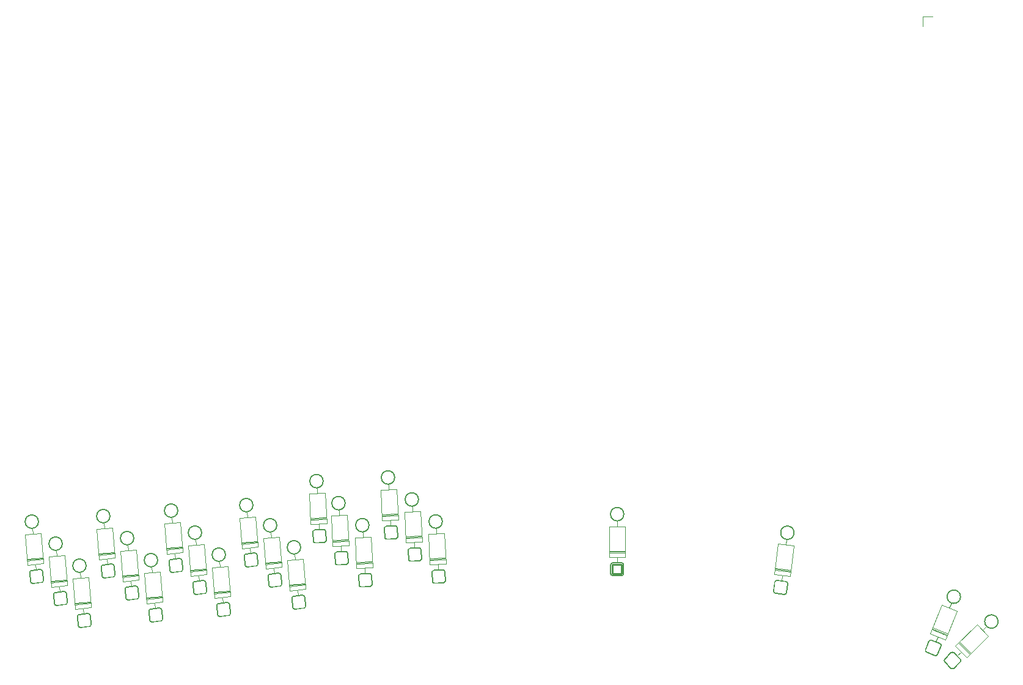
<source format=gto>
%TF.GenerationSoftware,KiCad,Pcbnew,5.99.0-unknown-47cb7f53fd~143~ubuntu20.04.1*%
%TF.CreationDate,2021-11-18T20:14:39+01:00*%
%TF.ProjectId,rad-pad,7261642d-7061-4642-9e6b-696361645f70,rev?*%
%TF.SameCoordinates,Original*%
%TF.FileFunction,Legend,Top*%
%TF.FilePolarity,Positive*%
%FSLAX46Y46*%
G04 Gerber Fmt 4.6, Leading zero omitted, Abs format (unit mm)*
G04 Created by KiCad (PCBNEW 5.99.0-unknown-47cb7f53fd~143~ubuntu20.04.1) date 2021-11-18 20:14:39*
%MOMM*%
%LPD*%
G01*
G04 APERTURE LIST*
G04 Aperture macros list*
%AMRoundRect*
0 Rectangle with rounded corners*
0 $1 Rounding radius*
0 $2 $3 $4 $5 $6 $7 $8 $9 X,Y pos of 4 corners*
0 Add a 4 corners polygon primitive as box body*
4,1,4,$2,$3,$4,$5,$6,$7,$8,$9,$2,$3,0*
0 Add four circle primitives for the rounded corners*
1,1,$1+$1,$2,$3*
1,1,$1+$1,$4,$5*
1,1,$1+$1,$6,$7*
1,1,$1+$1,$8,$9*
0 Add four rect primitives between the rounded corners*
20,1,$1+$1,$2,$3,$4,$5,0*
20,1,$1+$1,$4,$5,$6,$7,0*
20,1,$1+$1,$6,$7,$8,$9,0*
20,1,$1+$1,$8,$9,$2,$3,0*%
%AMHorizOval*
0 Thick line with rounded ends*
0 $1 width*
0 $2 $3 position (X,Y) of the first rounded end (center of the circle)*
0 $4 $5 position (X,Y) of the second rounded end (center of the circle)*
0 Add line between two ends*
20,1,$1,$2,$3,$4,$5,0*
0 Add two circle primitives to create the rounded ends*
1,1,$1,$2,$3*
1,1,$1,$4,$5*%
G04 Aperture macros list end*
%ADD10C,0.120000*%
%ADD11C,0.127000*%
%ADD12C,3.987800*%
%ADD13C,1.750000*%
%ADD14C,2.250000*%
%ADD15RoundRect,0.160000X0.693344X-0.581785X0.581785X0.693344X-0.693344X0.581785X-0.581785X-0.693344X0*%
%ADD16HorizOval,1.600000X0.000000X0.000000X0.000000X0.000000X0*%
%ADD17C,4.000000*%
%ADD18RoundRect,0.160000X0.353649X-0.833146X0.833146X0.353649X-0.353649X0.833146X-0.833146X-0.353649X0*%
%ADD19HorizOval,1.600000X0.000000X0.000000X0.000000X0.000000X0*%
%ADD20RoundRect,0.160000X0.672618X-0.605628X0.605628X0.672618X-0.672618X0.605628X-0.605628X-0.672618X0*%
%ADD21HorizOval,1.600000X0.000000X0.000000X0.000000X0.000000X0*%
%ADD22RoundRect,0.160000X0.640000X-0.640000X0.640000X0.640000X-0.640000X0.640000X-0.640000X-0.640000X0*%
%ADD23O,1.600000X1.600000*%
%ADD24RoundRect,0.160000X0.557233X-0.713226X0.713226X0.557233X-0.557233X0.713226X-0.713226X-0.557233X0*%
%ADD25HorizOval,1.600000X0.000000X0.000000X0.000000X0.000000X0*%
%ADD26R,1.700000X1.700000*%
%ADD27C,1.700000*%
%ADD28RoundRect,0.160000X0.000000X-0.905097X0.905097X0.000000X0.000000X0.905097X-0.905097X0.000000X0*%
%ADD29HorizOval,1.600000X0.000000X0.000000X0.000000X0.000000X0*%
G04 APERTURE END LIST*
D10*
%TO.C,D11*%
X91354968Y-118694453D02*
X89123492Y-118889682D01*
X89493032Y-123113547D02*
X91724508Y-122918318D01*
X91724508Y-122918318D02*
X91354968Y-118694453D01*
X89440739Y-122515830D02*
X91672215Y-122320602D01*
D11*
X90045998Y-123869229D02*
X91311166Y-123758541D01*
D10*
X90678582Y-123813885D02*
X90608770Y-123015933D01*
X90173846Y-118044722D02*
X90235831Y-118753216D01*
D11*
X89925790Y-125409567D02*
X89815102Y-124144400D01*
D10*
X89430280Y-122396287D02*
X91661756Y-122201058D01*
D11*
X91586337Y-123989437D02*
X91697024Y-125254604D01*
D10*
X89123492Y-118889682D02*
X89493032Y-123113547D01*
X89419821Y-122276744D02*
X91651297Y-122081515D01*
D11*
X91466128Y-125529775D02*
X90200961Y-125640463D01*
X90045998Y-123869228D02*
G75*
G03*
X89815102Y-124144400I22138J-253034D01*
G01*
X91466128Y-125529775D02*
G75*
G03*
X91697024Y-125254604I-22137J253033D01*
G01*
X89925791Y-125409567D02*
G75*
G03*
X90200961Y-125640463I253033J22138D01*
G01*
X91586336Y-123989437D02*
G75*
G03*
X91311166Y-123758541I-253033J-22137D01*
G01*
X91016510Y-117108498D02*
G75*
G03*
X91016510Y-117108498I-924573J0D01*
G01*
D10*
%TO.C,D4*%
X70866582Y-125337885D02*
X70796770Y-124539933D01*
X69618280Y-123920287D02*
X71849756Y-123725058D01*
X71542968Y-120218453D02*
X69311492Y-120413682D01*
D11*
X70113790Y-126933567D02*
X70003102Y-125668400D01*
D10*
X69311492Y-120413682D02*
X69681032Y-124637547D01*
X70361846Y-119568722D02*
X70423831Y-120277216D01*
D11*
X71774337Y-125513437D02*
X71885024Y-126778604D01*
D10*
X69681032Y-124637547D02*
X71912508Y-124442318D01*
X71912508Y-124442318D02*
X71542968Y-120218453D01*
D11*
X71654128Y-127053775D02*
X70388961Y-127164463D01*
D10*
X69628739Y-124039830D02*
X71860215Y-123844602D01*
X69607821Y-123800744D02*
X71839297Y-123605515D01*
D11*
X70233998Y-125393229D02*
X71499166Y-125282541D01*
X70113791Y-126933567D02*
G75*
G03*
X70388961Y-127164463I253033J22138D01*
G01*
X71654128Y-127053775D02*
G75*
G03*
X71885024Y-126778604I-22137J253033D01*
G01*
X71774336Y-125513437D02*
G75*
G03*
X71499166Y-125282541I-253033J-22137D01*
G01*
X70233998Y-125393228D02*
G75*
G03*
X70003102Y-125668400I22138J-253034D01*
G01*
X71204510Y-118632498D02*
G75*
G03*
X71204510Y-118632498I-924573J0D01*
G01*
D10*
%TO.C,D13*%
X96097032Y-128955547D02*
X98328508Y-128760318D01*
X96034280Y-128238287D02*
X98265756Y-128043058D01*
X97958968Y-124536453D02*
X95727492Y-124731682D01*
X97282582Y-129655885D02*
X97212770Y-128857933D01*
D11*
X96529790Y-131251567D02*
X96419102Y-129986400D01*
D10*
X98328508Y-128760318D02*
X97958968Y-124536453D01*
D11*
X96649998Y-129711229D02*
X97915166Y-129600541D01*
X98190337Y-129831437D02*
X98301024Y-131096604D01*
D10*
X96044739Y-128357830D02*
X98276215Y-128162602D01*
X95727492Y-124731682D02*
X96097032Y-128955547D01*
X96777846Y-123886722D02*
X96839831Y-124595216D01*
X96023821Y-128118744D02*
X98255297Y-127923515D01*
D11*
X98070128Y-131371775D02*
X96804961Y-131482463D01*
X96649998Y-129711228D02*
G75*
G03*
X96419102Y-129986400I22138J-253034D01*
G01*
X98190336Y-129831437D02*
G75*
G03*
X97915166Y-129600541I-253033J-22137D01*
G01*
X96529791Y-131251567D02*
G75*
G03*
X96804961Y-131482463I253033J22138D01*
G01*
X98070128Y-131371775D02*
G75*
G03*
X98301024Y-131096604I-22137J253033D01*
G01*
X97620510Y-122950498D02*
G75*
G03*
X97620510Y-122950498I-924573J0D01*
G01*
D10*
%TO.C,D6*%
X77470582Y-131433885D02*
X77400770Y-130635933D01*
D11*
X78258128Y-133149775D02*
X76992961Y-133260463D01*
D10*
X76211821Y-129896744D02*
X78443297Y-129701515D01*
X76285032Y-130733547D02*
X78516508Y-130538318D01*
X75915492Y-126509682D02*
X76285032Y-130733547D01*
X76222280Y-130016287D02*
X78453756Y-129821058D01*
D11*
X78378337Y-131609437D02*
X78489024Y-132874604D01*
D10*
X78516508Y-130538318D02*
X78146968Y-126314453D01*
X76232739Y-130135830D02*
X78464215Y-129940602D01*
D11*
X76837998Y-131489229D02*
X78103166Y-131378541D01*
D10*
X78146968Y-126314453D02*
X75915492Y-126509682D01*
X76965846Y-125664722D02*
X77027831Y-126373216D01*
D11*
X76717790Y-133029567D02*
X76607102Y-131764400D01*
X78258128Y-133149775D02*
G75*
G03*
X78489024Y-132874604I-22137J253033D01*
G01*
X76717791Y-133029567D02*
G75*
G03*
X76992961Y-133260463I253033J22138D01*
G01*
X78378336Y-131609437D02*
G75*
G03*
X78103166Y-131378541I-253033J-22137D01*
G01*
X76837998Y-131489228D02*
G75*
G03*
X76607102Y-131764400I22138J-253034D01*
G01*
X77808510Y-124728498D02*
G75*
G03*
X77808510Y-124728498I-924573J0D01*
G01*
D10*
%TO.C,D7*%
X80264582Y-124575885D02*
X80194770Y-123777933D01*
X78709492Y-119651682D02*
X79079032Y-123875547D01*
X79759846Y-118806722D02*
X79821831Y-119515216D01*
X79016280Y-123158287D02*
X81247756Y-122963058D01*
X80940968Y-119456453D02*
X78709492Y-119651682D01*
D11*
X81052128Y-126291775D02*
X79786961Y-126402463D01*
D10*
X81310508Y-123680318D02*
X80940968Y-119456453D01*
X79026739Y-123277830D02*
X81258215Y-123082602D01*
D11*
X81172337Y-124751437D02*
X81283024Y-126016604D01*
D10*
X79079032Y-123875547D02*
X81310508Y-123680318D01*
D11*
X79511790Y-126171567D02*
X79401102Y-124906400D01*
X79631998Y-124631229D02*
X80897166Y-124520541D01*
D10*
X79005821Y-123038744D02*
X81237297Y-122843515D01*
D11*
X79511791Y-126171567D02*
G75*
G03*
X79786961Y-126402463I253033J22138D01*
G01*
X81052128Y-126291775D02*
G75*
G03*
X81283024Y-126016604I-22137J253033D01*
G01*
X81172336Y-124751437D02*
G75*
G03*
X80897166Y-124520541I-253033J-22137D01*
G01*
X79631998Y-124631228D02*
G75*
G03*
X79401102Y-124906400I22138J-253034D01*
G01*
X80602510Y-117870498D02*
G75*
G03*
X80602510Y-117870498I-924573J0D01*
G01*
D10*
%TO.C,D18*%
X187765196Y-130665367D02*
X187498776Y-131324780D01*
X184857388Y-134872640D02*
X186934280Y-135711759D01*
X185595774Y-136034874D02*
X185895834Y-135292200D01*
X188522612Y-131780500D02*
X186445720Y-130941381D01*
X185127105Y-134205068D02*
X187203997Y-135044187D01*
X186445720Y-130941381D02*
X184857388Y-134872640D01*
D11*
X186324891Y-136603404D02*
X185849140Y-137780927D01*
D10*
X185082152Y-134316330D02*
X187159044Y-135155449D01*
X186934280Y-135711759D02*
X188522612Y-131780500D01*
X185172058Y-134093806D02*
X187248949Y-134932925D01*
D11*
X185518485Y-137921282D02*
X184340962Y-137445532D01*
X184200607Y-137114877D02*
X184676358Y-135937353D01*
X185007012Y-135796999D02*
X186184536Y-136272749D01*
X185518485Y-137921282D02*
G75*
G03*
X185849140Y-137780927I95150J235505D01*
G01*
X184200607Y-137114877D02*
G75*
G03*
X184340962Y-137445532I235505J-95150D01*
G01*
X186324891Y-136603404D02*
G75*
G03*
X186184536Y-136272749I-235505J95150D01*
G01*
X185007012Y-135796998D02*
G75*
G03*
X184676358Y-135937353I-95150J-235504D01*
G01*
X189041825Y-129794000D02*
G75*
G03*
X189041825Y-129794000I-924574J0D01*
G01*
%TO.C,D19*%
X109272252Y-121574214D02*
X109205785Y-120305954D01*
D10*
X108882205Y-118545477D02*
X111119135Y-118428244D01*
X108888486Y-118665312D02*
X111125416Y-118548080D01*
X109777185Y-114222513D02*
X109814407Y-114932738D01*
X111156817Y-119147257D02*
X110934913Y-114913068D01*
X108875925Y-118425641D02*
X111112855Y-118308409D01*
D11*
X109446144Y-120039009D02*
X110714403Y-119972543D01*
X110807456Y-121748106D02*
X109539197Y-121814573D01*
D10*
X108697983Y-115030301D02*
X108919887Y-119264490D01*
D11*
X110981348Y-120212901D02*
X111047815Y-121481161D01*
D10*
X108919887Y-119264490D02*
X111156817Y-119147257D01*
X110934913Y-114913068D02*
X108697983Y-115030301D01*
X110080273Y-120005776D02*
X110038352Y-119205874D01*
D11*
X109446144Y-120039009D02*
G75*
G03*
X109205785Y-120305954I13293J-253652D01*
G01*
X110807456Y-121748106D02*
G75*
G03*
X111047815Y-121481161I-13293J253652D01*
G01*
X109272252Y-121574214D02*
G75*
G03*
X109539197Y-121814573I253652J13293D01*
G01*
X110981347Y-120212901D02*
G75*
G03*
X110714403Y-119972543I-253651J-13293D01*
G01*
X110652574Y-113284000D02*
G75*
G03*
X110652574Y-113284000I-924574J0D01*
G01*
D10*
%TO.C,D12*%
X93980582Y-126607885D02*
X93910770Y-125809933D01*
D11*
X94768128Y-128323775D02*
X93502961Y-128434463D01*
D10*
X92795032Y-125907547D02*
X95026508Y-125712318D01*
X92732280Y-125190287D02*
X94963756Y-124995058D01*
X93475846Y-120838722D02*
X93537831Y-121547216D01*
X95026508Y-125712318D02*
X94656968Y-121488453D01*
D11*
X93227790Y-128203567D02*
X93117102Y-126938400D01*
X93347998Y-126663229D02*
X94613166Y-126552541D01*
D10*
X92742739Y-125309830D02*
X94974215Y-125114602D01*
X92425492Y-121683682D02*
X92795032Y-125907547D01*
X94656968Y-121488453D02*
X92425492Y-121683682D01*
D11*
X94888337Y-126783437D02*
X94999024Y-128048604D01*
D10*
X92721821Y-125070744D02*
X94953297Y-124875515D01*
D11*
X94888336Y-126783437D02*
G75*
G03*
X94613166Y-126552541I-253033J-22137D01*
G01*
X93227791Y-128203567D02*
G75*
G03*
X93502961Y-128434463I253033J22138D01*
G01*
X93347998Y-126663228D02*
G75*
G03*
X93117102Y-126938400I22138J-253034D01*
G01*
X94768128Y-128323775D02*
G75*
G03*
X94999024Y-128048604I-22137J253033D01*
G01*
X94318510Y-119902498D02*
G75*
G03*
X94318510Y-119902498I-924573J0D01*
G01*
%TO.C,D21*%
X117585348Y-126308901D02*
X117651815Y-127577161D01*
D10*
X115523887Y-125360490D02*
X117760817Y-125243257D01*
X117538913Y-121009068D02*
X115301983Y-121126301D01*
X115486205Y-124641477D02*
X117723135Y-124524244D01*
X115492486Y-124761312D02*
X117729416Y-124644080D01*
X117760817Y-125243257D02*
X117538913Y-121009068D01*
X116381185Y-120318513D02*
X116418407Y-121028738D01*
D11*
X116050144Y-126135009D02*
X117318403Y-126068543D01*
D10*
X116684273Y-126101776D02*
X116642352Y-125301874D01*
D11*
X115876252Y-127670214D02*
X115809785Y-126401954D01*
D10*
X115479925Y-124521641D02*
X117716855Y-124404409D01*
X115301983Y-121126301D02*
X115523887Y-125360490D01*
D11*
X117411456Y-127844106D02*
X116143197Y-127910573D01*
X116050144Y-126135009D02*
G75*
G03*
X115809785Y-126401954I13293J-253652D01*
G01*
X115876252Y-127670214D02*
G75*
G03*
X116143197Y-127910573I253652J13293D01*
G01*
X117411456Y-127844106D02*
G75*
G03*
X117651815Y-127577161I-13293J253652D01*
G01*
X117585347Y-126308901D02*
G75*
G03*
X117318403Y-126068543I-253651J-13293D01*
G01*
X117256574Y-119380000D02*
G75*
G03*
X117256574Y-119380000I-924574J0D01*
G01*
D10*
%TO.C,D10*%
X142598000Y-120054000D02*
X140358000Y-120054000D01*
X140358000Y-120054000D02*
X140358000Y-124294000D01*
X140358000Y-123574000D02*
X142598000Y-123574000D01*
D11*
X142367000Y-125349000D02*
X142367000Y-126619000D01*
X140843000Y-125095000D02*
X142113000Y-125095000D01*
X140589000Y-126619000D02*
X140589000Y-125349000D01*
D10*
X140358000Y-124294000D02*
X142598000Y-124294000D01*
X142598000Y-124294000D02*
X142598000Y-120054000D01*
X141478000Y-125095000D02*
X141478000Y-124294000D01*
D11*
X142113000Y-126873000D02*
X140843000Y-126873000D01*
D10*
X140358000Y-123694000D02*
X142598000Y-123694000D01*
X140358000Y-123454000D02*
X142598000Y-123454000D01*
X141478000Y-119303800D02*
X141478000Y-120015000D01*
D11*
X140843000Y-125095000D02*
G75*
G03*
X140589000Y-125349000I0J-254000D01*
G01*
X142367000Y-125349000D02*
G75*
G03*
X142113000Y-125095000I-254000J0D01*
G01*
X142113000Y-126873000D02*
G75*
G03*
X142367000Y-126619000I0J254000D01*
G01*
X140589000Y-126619000D02*
G75*
G03*
X140843000Y-126873000I254000J0D01*
G01*
X142402574Y-118364000D02*
G75*
G03*
X142402574Y-118364000I-924574J0D01*
G01*
%TO.C,D2*%
X65050128Y-130863775D02*
X63784961Y-130974463D01*
D10*
X63024739Y-127849830D02*
X65256215Y-127654602D01*
D11*
X63509790Y-130743567D02*
X63399102Y-129478400D01*
D10*
X64262582Y-129147885D02*
X64192770Y-128349933D01*
X63003821Y-127610744D02*
X65235297Y-127415515D01*
X63757846Y-123378722D02*
X63819831Y-124087216D01*
D11*
X63629998Y-129203229D02*
X64895166Y-129092541D01*
D10*
X62707492Y-124223682D02*
X63077032Y-128447547D01*
X63077032Y-128447547D02*
X65308508Y-128252318D01*
X64938968Y-124028453D02*
X62707492Y-124223682D01*
D11*
X65170337Y-129323437D02*
X65281024Y-130588604D01*
D10*
X63014280Y-127730287D02*
X65245756Y-127535058D01*
X65308508Y-128252318D02*
X64938968Y-124028453D01*
D11*
X65170336Y-129323437D02*
G75*
G03*
X64895166Y-129092541I-253033J-22137D01*
G01*
X65050128Y-130863775D02*
G75*
G03*
X65281024Y-130588604I-22137J253033D01*
G01*
X63509791Y-130743567D02*
G75*
G03*
X63784961Y-130974463I253033J22138D01*
G01*
X63629998Y-129203228D02*
G75*
G03*
X63399102Y-129478400I22138J-253034D01*
G01*
X64600510Y-122442498D02*
G75*
G03*
X64600510Y-122442498I-924573J0D01*
G01*
D10*
%TO.C,D8*%
X83061846Y-121854722D02*
X83123831Y-122563216D01*
D11*
X84474337Y-127799437D02*
X84585024Y-129064604D01*
D10*
X83566582Y-127623885D02*
X83496770Y-126825933D01*
X82381032Y-126923547D02*
X84612508Y-126728318D01*
X82011492Y-122699682D02*
X82381032Y-126923547D01*
X82318280Y-126206287D02*
X84549756Y-126011058D01*
X82328739Y-126325830D02*
X84560215Y-126130602D01*
X84612508Y-126728318D02*
X84242968Y-122504453D01*
X82307821Y-126086744D02*
X84539297Y-125891515D01*
D11*
X82933998Y-127679229D02*
X84199166Y-127568541D01*
D10*
X84242968Y-122504453D02*
X82011492Y-122699682D01*
D11*
X82813790Y-129219567D02*
X82703102Y-127954400D01*
X84354128Y-129339775D02*
X83088961Y-129450463D01*
X82933998Y-127679228D02*
G75*
G03*
X82703102Y-127954400I22138J-253034D01*
G01*
X82813791Y-129219567D02*
G75*
G03*
X83088961Y-129450463I253033J22138D01*
G01*
X84474336Y-127799437D02*
G75*
G03*
X84199166Y-127568541I-253033J-22137D01*
G01*
X84354128Y-129339775D02*
G75*
G03*
X84585024Y-129064604I-22137J253033D01*
G01*
X83904510Y-120918498D02*
G75*
G03*
X83904510Y-120918498I-924573J0D01*
G01*
%TO.C,D14*%
X163167917Y-129017526D02*
X163322691Y-127756992D01*
D10*
X165962015Y-122746296D02*
X163738711Y-122473308D01*
X165445289Y-126954692D02*
X165962015Y-122746296D01*
X164236020Y-127613227D02*
X164333637Y-126818198D01*
X163738711Y-122473308D02*
X163221985Y-126681704D01*
X163309731Y-125967071D02*
X165533035Y-126240058D01*
X164941789Y-121865194D02*
X164855116Y-122571093D01*
D11*
X164649603Y-129455361D02*
X163389069Y-129300587D01*
X163605753Y-127535840D02*
X164866286Y-127690614D01*
D10*
X163221985Y-126681704D02*
X165445289Y-126954692D01*
X163324356Y-125847965D02*
X165547659Y-126120953D01*
D11*
X165087438Y-127973676D02*
X164932664Y-129234209D01*
D10*
X163295107Y-126086176D02*
X165518410Y-126359164D01*
D11*
X165087439Y-127973676D02*
G75*
G03*
X164866286Y-127690614I-252106J30956D01*
G01*
X164649603Y-129455361D02*
G75*
G03*
X164932664Y-129234209I30955J252106D01*
G01*
X163167918Y-129017526D02*
G75*
G03*
X163389069Y-129300587I252106J-30955D01*
G01*
X163605753Y-127535840D02*
G75*
G03*
X163322691Y-127756992I-30955J-252107D01*
G01*
X165980896Y-120932399D02*
G75*
G03*
X165980896Y-120932399I-924574J0D01*
G01*
%TO.C,D5*%
X73535998Y-128441229D02*
X74801166Y-128330541D01*
D10*
X75214508Y-127490318D02*
X74844968Y-123266453D01*
X72920280Y-126968287D02*
X75151756Y-126773058D01*
X72983032Y-127685547D02*
X75214508Y-127490318D01*
X73663846Y-122616722D02*
X73725831Y-123325216D01*
X74168582Y-128385885D02*
X74098770Y-127587933D01*
X72909821Y-126848744D02*
X75141297Y-126653515D01*
D11*
X75076337Y-128561437D02*
X75187024Y-129826604D01*
X74956128Y-130101775D02*
X73690961Y-130212463D01*
D10*
X72930739Y-127087830D02*
X75162215Y-126892602D01*
D11*
X73415790Y-129981567D02*
X73305102Y-128716400D01*
D10*
X74844968Y-123266453D02*
X72613492Y-123461682D01*
X72613492Y-123461682D02*
X72983032Y-127685547D01*
D11*
X73415791Y-129981567D02*
G75*
G03*
X73690961Y-130212463I253033J22138D01*
G01*
X74956128Y-130101775D02*
G75*
G03*
X75187024Y-129826604I-22137J253033D01*
G01*
X75076336Y-128561437D02*
G75*
G03*
X74801166Y-128330541I-253033J-22137D01*
G01*
X73535998Y-128441228D02*
G75*
G03*
X73305102Y-128716400I22138J-253034D01*
G01*
X74506510Y-121680498D02*
G75*
G03*
X74506510Y-121680498I-924573J0D01*
G01*
%TO.C,D1*%
X61748128Y-127815775D02*
X60482961Y-127926463D01*
D10*
X59722739Y-124801830D02*
X61954215Y-124606602D01*
D11*
X60327998Y-126155229D02*
X61593166Y-126044541D01*
D10*
X60455846Y-120330722D02*
X60517831Y-121039216D01*
X60960582Y-126099885D02*
X60890770Y-125301933D01*
X62006508Y-125204318D02*
X61636968Y-120980453D01*
X59775032Y-125399547D02*
X62006508Y-125204318D01*
X59405492Y-121175682D02*
X59775032Y-125399547D01*
D11*
X61868337Y-126275437D02*
X61979024Y-127540604D01*
X60207790Y-127695567D02*
X60097102Y-126430400D01*
D10*
X61636968Y-120980453D02*
X59405492Y-121175682D01*
X59701821Y-124562744D02*
X61933297Y-124367515D01*
X59712280Y-124682287D02*
X61943756Y-124487058D01*
D11*
X60327998Y-126155228D02*
G75*
G03*
X60097102Y-126430400I22138J-253034D01*
G01*
X61748128Y-127815775D02*
G75*
G03*
X61979024Y-127540604I-22137J253033D01*
G01*
X60207791Y-127695567D02*
G75*
G03*
X60482961Y-127926463I253033J22138D01*
G01*
X61868336Y-126275437D02*
G75*
G03*
X61593166Y-126044541I-253033J-22137D01*
G01*
X61298510Y-119394498D02*
G75*
G03*
X61298510Y-119394498I-924573J0D01*
G01*
%TO.C,D16*%
X102414252Y-125130214D02*
X102347785Y-123861954D01*
D10*
X101839983Y-118586301D02*
X102061887Y-122820490D01*
D11*
X103949456Y-125304106D02*
X102681197Y-125370573D01*
X104123348Y-123768901D02*
X104189815Y-125037161D01*
D10*
X102017925Y-121981641D02*
X104254855Y-121864409D01*
X104298817Y-122703257D02*
X104076913Y-118469068D01*
X104076913Y-118469068D02*
X101839983Y-118586301D01*
X102061887Y-122820490D02*
X104298817Y-122703257D01*
D11*
X102588144Y-123595009D02*
X103856403Y-123528543D01*
D10*
X102919185Y-117778513D02*
X102956407Y-118488738D01*
X102024205Y-122101477D02*
X104261135Y-121984244D01*
X102030486Y-122221312D02*
X104267416Y-122104080D01*
X103222273Y-123561776D02*
X103180352Y-122761874D01*
D11*
X102414252Y-125130214D02*
G75*
G03*
X102681197Y-125370573I253652J13293D01*
G01*
X103949456Y-125304106D02*
G75*
G03*
X104189815Y-125037161I-13293J253652D01*
G01*
X102588144Y-123595009D02*
G75*
G03*
X102347785Y-123861954I13293J-253652D01*
G01*
X104123347Y-123768901D02*
G75*
G03*
X103856403Y-123528543I-253651J-13293D01*
G01*
X103794574Y-116840000D02*
G75*
G03*
X103794574Y-116840000I-924574J0D01*
G01*
D10*
%TO.C,D3*%
X66326739Y-130897830D02*
X68558215Y-130702602D01*
X66316280Y-130778287D02*
X68547756Y-130583058D01*
D11*
X68352128Y-133911775D02*
X67086961Y-134022463D01*
D10*
X67059846Y-126426722D02*
X67121831Y-127135216D01*
X66305821Y-130658744D02*
X68537297Y-130463515D01*
X66009492Y-127271682D02*
X66379032Y-131495547D01*
X67564582Y-132195885D02*
X67494770Y-131397933D01*
D11*
X66811790Y-133791567D02*
X66701102Y-132526400D01*
X68472337Y-132371437D02*
X68583024Y-133636604D01*
X66931998Y-132251229D02*
X68197166Y-132140541D01*
D10*
X68240968Y-127076453D02*
X66009492Y-127271682D01*
X66379032Y-131495547D02*
X68610508Y-131300318D01*
X68610508Y-131300318D02*
X68240968Y-127076453D01*
D11*
X66931998Y-132251228D02*
G75*
G03*
X66701102Y-132526400I22138J-253034D01*
G01*
X68352128Y-133911775D02*
G75*
G03*
X68583024Y-133636604I-22137J253033D01*
G01*
X66811791Y-133791567D02*
G75*
G03*
X67086961Y-134022463I253033J22138D01*
G01*
X68472336Y-132371437D02*
G75*
G03*
X68197166Y-132140541I-253033J-22137D01*
G01*
X67902510Y-125490498D02*
G75*
G03*
X67902510Y-125490498I-924573J0D01*
G01*
%TO.C,D15*%
X99540144Y-120547009D02*
X100808403Y-120480543D01*
D10*
X99013887Y-119772490D02*
X101250817Y-119655257D01*
X100174273Y-120513776D02*
X100132352Y-119713874D01*
X99871185Y-114730513D02*
X99908407Y-115440738D01*
X101250817Y-119655257D02*
X101028913Y-115421068D01*
X98976205Y-119053477D02*
X101213135Y-118936244D01*
X98982486Y-119173312D02*
X101219416Y-119056080D01*
X98969925Y-118933641D02*
X101206855Y-118816409D01*
D11*
X101075348Y-120720901D02*
X101141815Y-121989161D01*
X99366252Y-122082214D02*
X99299785Y-120813954D01*
X100901456Y-122256106D02*
X99633197Y-122322573D01*
D10*
X98791983Y-115538301D02*
X99013887Y-119772490D01*
X101028913Y-115421068D02*
X98791983Y-115538301D01*
D11*
X99366252Y-122082214D02*
G75*
G03*
X99633197Y-122322573I253652J13293D01*
G01*
X101075347Y-120720901D02*
G75*
G03*
X100808403Y-120480543I-253651J-13293D01*
G01*
X99540144Y-120547009D02*
G75*
G03*
X99299785Y-120813954I13293J-253652D01*
G01*
X100901456Y-122256106D02*
G75*
G03*
X101141815Y-121989161I-13293J253652D01*
G01*
X100746574Y-113792000D02*
G75*
G03*
X100746574Y-113792000I-924574J0D01*
G01*
D10*
%TO.C,U2*%
X183836000Y-49470000D02*
X185166000Y-49470000D01*
X183836000Y-50800000D02*
X183836000Y-49470000D01*
D11*
%TO.C,D9*%
X87776337Y-130847437D02*
X87887024Y-132112604D01*
D10*
X86363846Y-124902722D02*
X86425831Y-125611216D01*
X85620280Y-129254287D02*
X87851756Y-129059058D01*
D11*
X86115790Y-132267567D02*
X86005102Y-131002400D01*
D10*
X85630739Y-129373830D02*
X87862215Y-129178602D01*
X85609821Y-129134744D02*
X87841297Y-128939515D01*
D11*
X87656128Y-132387775D02*
X86390961Y-132498463D01*
D10*
X87914508Y-129776318D02*
X87544968Y-125552453D01*
X86868582Y-130671885D02*
X86798770Y-129873933D01*
X87544968Y-125552453D02*
X85313492Y-125747682D01*
X85313492Y-125747682D02*
X85683032Y-129971547D01*
X85683032Y-129971547D02*
X87914508Y-129776318D01*
D11*
X86235998Y-130727229D02*
X87501166Y-130616541D01*
X86235998Y-130727228D02*
G75*
G03*
X86005102Y-131002400I22138J-253034D01*
G01*
X87776336Y-130847437D02*
G75*
G03*
X87501166Y-130616541I-253033J-22137D01*
G01*
X86115791Y-132267567D02*
G75*
G03*
X86390961Y-132498463I253033J22138D01*
G01*
X87656128Y-132387775D02*
G75*
G03*
X87887024Y-132112604I-22137J253033D01*
G01*
X87206510Y-123966498D02*
G75*
G03*
X87206510Y-123966498I-924573J0D01*
G01*
%TO.C,D22*%
X189010554Y-138790759D02*
X188112528Y-139688785D01*
D10*
X188335974Y-136624184D02*
X189919893Y-138208103D01*
X188845091Y-136115067D02*
X190429010Y-137698986D01*
D11*
X186855292Y-138431549D02*
X187753318Y-137533523D01*
D10*
X188929944Y-136030214D02*
X190513863Y-137614133D01*
X192656538Y-133887539D02*
X192153644Y-134390433D01*
D11*
X188112528Y-137533523D02*
X189010554Y-138431549D01*
D10*
X189919893Y-138208103D02*
X192918026Y-135209970D01*
X192918026Y-135209970D02*
X191334107Y-133626051D01*
D11*
X187753318Y-139688785D02*
X186855292Y-138790759D01*
D10*
X188561541Y-137982536D02*
X189127934Y-137416143D01*
X191334107Y-133626051D02*
X188335974Y-136624184D01*
X188760238Y-136199920D02*
X190344157Y-137783839D01*
D11*
X187753318Y-139688785D02*
G75*
G03*
X188112528Y-139688785I179605J179604D01*
G01*
X186855292Y-138431549D02*
G75*
G03*
X186855292Y-138790759I179604J-179605D01*
G01*
X189010554Y-138790759D02*
G75*
G03*
X189010554Y-138431549I-179605J179605D01*
G01*
X188112528Y-137533523D02*
G75*
G03*
X187753318Y-137533523I-179605J-179605D01*
G01*
X194245651Y-133223000D02*
G75*
G03*
X194245651Y-133223000I-924574J0D01*
G01*
%TO.C,D20*%
X114283348Y-123260901D02*
X114349815Y-124529161D01*
D10*
X111999983Y-118078301D02*
X112221887Y-122312490D01*
X113079185Y-117270513D02*
X113116407Y-117980738D01*
D11*
X112574252Y-124622214D02*
X112507785Y-123353954D01*
D10*
X112177925Y-121473641D02*
X114414855Y-121356409D01*
X112190486Y-121713312D02*
X114427416Y-121596080D01*
D11*
X114109456Y-124796106D02*
X112841197Y-124862573D01*
D10*
X114236913Y-117961068D02*
X111999983Y-118078301D01*
X112184205Y-121593477D02*
X114421135Y-121476244D01*
X113382273Y-123053776D02*
X113340352Y-122253874D01*
X112221887Y-122312490D02*
X114458817Y-122195257D01*
X114458817Y-122195257D02*
X114236913Y-117961068D01*
D11*
X112748144Y-123087009D02*
X114016403Y-123020543D01*
X112574252Y-124622214D02*
G75*
G03*
X112841197Y-124862573I253652J13293D01*
G01*
X112748144Y-123087009D02*
G75*
G03*
X112507785Y-123353954I13293J-253652D01*
G01*
X114283347Y-123260901D02*
G75*
G03*
X114016403Y-123020543I-253651J-13293D01*
G01*
X114109456Y-124796106D02*
G75*
G03*
X114349815Y-124529161I-13293J253652D01*
G01*
X113954574Y-116332000D02*
G75*
G03*
X113954574Y-116332000I-924574J0D01*
G01*
%TO.C,D17*%
X107251456Y-128352106D02*
X105983197Y-128418573D01*
D10*
X105332486Y-125269312D02*
X107569416Y-125152080D01*
X105363887Y-125868490D02*
X107600817Y-125751257D01*
X105326205Y-125149477D02*
X107563135Y-125032244D01*
D11*
X107425348Y-126816901D02*
X107491815Y-128085161D01*
X105716252Y-128178214D02*
X105649785Y-126909954D01*
D10*
X107378913Y-121517068D02*
X105141983Y-121634301D01*
X106221185Y-120826513D02*
X106258407Y-121536738D01*
D11*
X105890144Y-126643009D02*
X107158403Y-126576543D01*
D10*
X107600817Y-125751257D02*
X107378913Y-121517068D01*
X105319925Y-125029641D02*
X107556855Y-124912409D01*
X106524273Y-126609776D02*
X106482352Y-125809874D01*
X105141983Y-121634301D02*
X105363887Y-125868490D01*
D11*
X107251456Y-128352106D02*
G75*
G03*
X107491815Y-128085161I-13293J253652D01*
G01*
X105716252Y-128178214D02*
G75*
G03*
X105983197Y-128418573I253652J13293D01*
G01*
X107425347Y-126816901D02*
G75*
G03*
X107158403Y-126576543I-253651J-13293D01*
G01*
X105890144Y-126643009D02*
G75*
G03*
X105649785Y-126909954I13293J-253652D01*
G01*
X107096574Y-119888000D02*
G75*
G03*
X107096574Y-119888000I-924574J0D01*
G01*
%TD*%
%LPC*%
D12*
%TO.C,SW6*%
X86995000Y-106045000D03*
D13*
X81934331Y-106487751D03*
X92055669Y-105602249D03*
D14*
X82978123Y-103846729D03*
X89082583Y-100762955D03*
%TD*%
D13*
%TO.C,SW7*%
X109721038Y-62599133D03*
D12*
X104648000Y-62865000D03*
D13*
X99574962Y-63130867D03*
D14*
X100710288Y-60527881D03*
X106918652Y-57659029D03*
%TD*%
D15*
%TO.C,D11*%
X90756063Y-124699502D03*
D16*
X90091937Y-117108498D03*
%TD*%
D15*
%TO.C,D4*%
X70944063Y-126223502D03*
D16*
X70279937Y-118632498D03*
%TD*%
D15*
%TO.C,D13*%
X97360063Y-130541502D03*
D16*
X96695937Y-122950498D03*
%TD*%
D15*
%TO.C,D6*%
X77548063Y-132319502D03*
D16*
X76883937Y-124728498D03*
%TD*%
D13*
%TO.C,SW1*%
X59582331Y-70038751D03*
X69703669Y-69153249D03*
D12*
X64643000Y-69596000D03*
D14*
X60626123Y-67397729D03*
X66730583Y-64313955D03*
%TD*%
D17*
%TO.C,H5*%
X183642000Y-141732000D03*
%TD*%
%TO.C,H2*%
X159258000Y-54864000D03*
%TD*%
D15*
%TO.C,D7*%
X80342063Y-125461502D03*
D16*
X79677937Y-117870498D03*
%TD*%
D18*
%TO.C,D18*%
X185262749Y-136859140D03*
D19*
X188117251Y-129794000D03*
%TD*%
D13*
%TO.C,SW13*%
X132080000Y-99060000D03*
D12*
X127000000Y-99060000D03*
D13*
X121920000Y-99060000D03*
D14*
X123190000Y-96520000D03*
X129540000Y-93980000D03*
%TD*%
D20*
%TO.C,D19*%
X110126800Y-120893558D03*
D21*
X109728000Y-113284000D03*
%TD*%
D15*
%TO.C,D12*%
X94058063Y-127493502D03*
D16*
X93393937Y-119902498D03*
%TD*%
D13*
%TO.C,SW18*%
X170295906Y-131954999D03*
D12*
X175006000Y-133858000D03*
D13*
X179716094Y-135761001D03*
D14*
X172424930Y-130075702D03*
X179264048Y-130099407D03*
%TD*%
D20*
%TO.C,D21*%
X116730800Y-126989558D03*
D21*
X116332000Y-119380000D03*
%TD*%
D12*
%TO.C,SW8*%
X105664000Y-81915000D03*
D13*
X100590962Y-82180867D03*
X110737038Y-81649133D03*
D14*
X101726288Y-79577881D03*
X107934652Y-76709029D03*
%TD*%
D22*
%TO.C,D10*%
X141478000Y-125984000D03*
D23*
X141478000Y-118364000D03*
%TD*%
D12*
%TO.C,SW17*%
X147193000Y-102235000D03*
D13*
X142119962Y-101969133D03*
X152266038Y-102500867D03*
D14*
X143521155Y-99499081D03*
X149995386Y-97294895D03*
%TD*%
D13*
%TO.C,SW5*%
X90404669Y-86552249D03*
X80283331Y-87437751D03*
D12*
X85344000Y-86995000D03*
D14*
X81327123Y-84796729D03*
X87431583Y-81712955D03*
%TD*%
D17*
%TO.C,H6*%
X78105000Y-114554000D03*
%TD*%
D12*
%TO.C,SW14*%
X153289000Y-128270000D03*
D13*
X158331134Y-128889096D03*
X148246866Y-127650904D03*
D14*
X149816947Y-125284611D03*
X156429163Y-123537414D03*
%TD*%
D13*
%TO.C,SW21*%
X171316038Y-103516867D03*
X161169962Y-102985133D03*
D12*
X166243000Y-103251000D03*
D14*
X162571155Y-100515081D03*
X169045386Y-98310895D03*
%TD*%
D15*
%TO.C,D2*%
X64340063Y-130033502D03*
D16*
X63675937Y-122442498D03*
%TD*%
D13*
%TO.C,SW11*%
X132080000Y-60960000D03*
X121920000Y-60960000D03*
D12*
X127000000Y-60960000D03*
D14*
X123190000Y-58420000D03*
X129540000Y-55880000D03*
%TD*%
D12*
%TO.C,SW12*%
X127000000Y-80010000D03*
D13*
X132080000Y-80010000D03*
X121920000Y-80010000D03*
D14*
X123190000Y-77470000D03*
X129540000Y-74930000D03*
%TD*%
D12*
%TO.C,SW19*%
X168275000Y-65151000D03*
D13*
X163201962Y-64885133D03*
X173348038Y-65416867D03*
D14*
X164603155Y-62415081D03*
X171077386Y-60210895D03*
%TD*%
D15*
%TO.C,D8*%
X83644063Y-128509502D03*
D16*
X82979937Y-120918498D03*
%TD*%
D12*
%TO.C,SW9*%
X106680000Y-100965000D03*
D13*
X101606962Y-101230867D03*
X111753038Y-100699133D03*
D14*
X102742288Y-98627881D03*
X108950652Y-95759029D03*
%TD*%
D24*
%TO.C,D14*%
X164127678Y-128495601D03*
D25*
X165056322Y-120932399D03*
%TD*%
D15*
%TO.C,D5*%
X74246063Y-129271502D03*
D16*
X73581937Y-121680498D03*
%TD*%
D15*
%TO.C,D1*%
X61038063Y-126985502D03*
D16*
X60373937Y-119394498D03*
%TD*%
D13*
%TO.C,SW2*%
X61233331Y-89088751D03*
D12*
X66294000Y-88646000D03*
D13*
X71354669Y-88203249D03*
D14*
X62277123Y-86447729D03*
X68381583Y-83363955D03*
%TD*%
D20*
%TO.C,D16*%
X103268800Y-124449558D03*
D21*
X102870000Y-116840000D03*
%TD*%
D17*
%TO.C,H4*%
X175260000Y-117602000D03*
%TD*%
D15*
%TO.C,D3*%
X67642063Y-133081502D03*
D16*
X66977937Y-125490498D03*
%TD*%
D20*
%TO.C,D15*%
X100220800Y-121401558D03*
D21*
X99822000Y-113792000D03*
%TD*%
D26*
%TO.C,U2*%
X185166000Y-50800000D03*
D27*
X185166000Y-53340000D03*
X185166000Y-55880000D03*
X185166000Y-58420000D03*
X185166000Y-60960000D03*
X185166000Y-63500000D03*
X185166000Y-66040000D03*
X185166000Y-68580000D03*
X185166000Y-71120000D03*
X185166000Y-73660000D03*
X185166000Y-76200000D03*
X185166000Y-78740000D03*
X185166000Y-81280000D03*
X185166000Y-83820000D03*
X185166000Y-86360000D03*
X185166000Y-88900000D03*
X185166000Y-91440000D03*
X185166000Y-93980000D03*
X185166000Y-96520000D03*
X185166000Y-99060000D03*
X200406000Y-99060000D03*
X200406000Y-96520000D03*
X200406000Y-93980000D03*
X200406000Y-91440000D03*
X200406000Y-88900000D03*
X200406000Y-86360000D03*
X200406000Y-83820000D03*
X200406000Y-81280000D03*
X200406000Y-78740000D03*
X200406000Y-76200000D03*
X200406000Y-73660000D03*
X200406000Y-71120000D03*
X200406000Y-68580000D03*
X200406000Y-66040000D03*
X200406000Y-63500000D03*
X200406000Y-60960000D03*
X200406000Y-58420000D03*
X200406000Y-55880000D03*
X200406000Y-53340000D03*
X200406000Y-50800000D03*
X196598000Y-95249000D03*
X194058000Y-95249000D03*
X191518000Y-95249000D03*
X188978000Y-95249000D03*
%TD*%
D13*
%TO.C,SW10*%
X135890000Y-127000000D03*
D12*
X130810000Y-127000000D03*
D13*
X125730000Y-127000000D03*
D14*
X127000000Y-124460000D03*
X133350000Y-121920000D03*
%TD*%
D13*
%TO.C,SW22*%
X198410102Y-150404102D03*
D12*
X194818000Y-146812000D03*
D13*
X191225898Y-143219898D03*
D14*
X193919974Y-142321872D03*
X200206154Y-145015949D03*
%TD*%
D13*
%TO.C,SW16*%
X143135962Y-82919133D03*
D12*
X148209000Y-83185000D03*
D13*
X153282038Y-83450867D03*
D14*
X144537155Y-80449081D03*
X151011386Y-78244895D03*
%TD*%
D15*
%TO.C,D9*%
X86946063Y-131557502D03*
D16*
X86281937Y-123966498D03*
%TD*%
D17*
%TO.C,H1*%
X73406000Y-60198000D03*
%TD*%
D13*
%TO.C,SW20*%
X162185962Y-83935133D03*
D12*
X167259000Y-84201000D03*
D13*
X172332038Y-84466867D03*
D14*
X163587155Y-81465081D03*
X170061386Y-79260895D03*
%TD*%
D13*
%TO.C,SW15*%
X144151962Y-63869133D03*
X154298038Y-64400867D03*
D12*
X149225000Y-64135000D03*
D14*
X145553155Y-61399081D03*
X152027386Y-59194895D03*
%TD*%
D28*
%TO.C,D22*%
X187932923Y-138611154D03*
D29*
X193321077Y-133223000D03*
%TD*%
D13*
%TO.C,SW4*%
X88728269Y-67476849D03*
D12*
X83667600Y-67919600D03*
D13*
X78606931Y-68362351D03*
D14*
X79650723Y-65721329D03*
X85755183Y-62637555D03*
%TD*%
D20*
%TO.C,D20*%
X113428800Y-123941558D03*
D21*
X113030000Y-116332000D03*
%TD*%
D12*
%TO.C,SW3*%
X67945000Y-107696000D03*
D13*
X73005669Y-107253249D03*
X62884331Y-108138751D03*
D14*
X63928123Y-105497729D03*
X70032583Y-102413955D03*
%TD*%
D20*
%TO.C,D17*%
X106570800Y-127497558D03*
D21*
X106172000Y-119888000D03*
%TD*%
M02*

</source>
